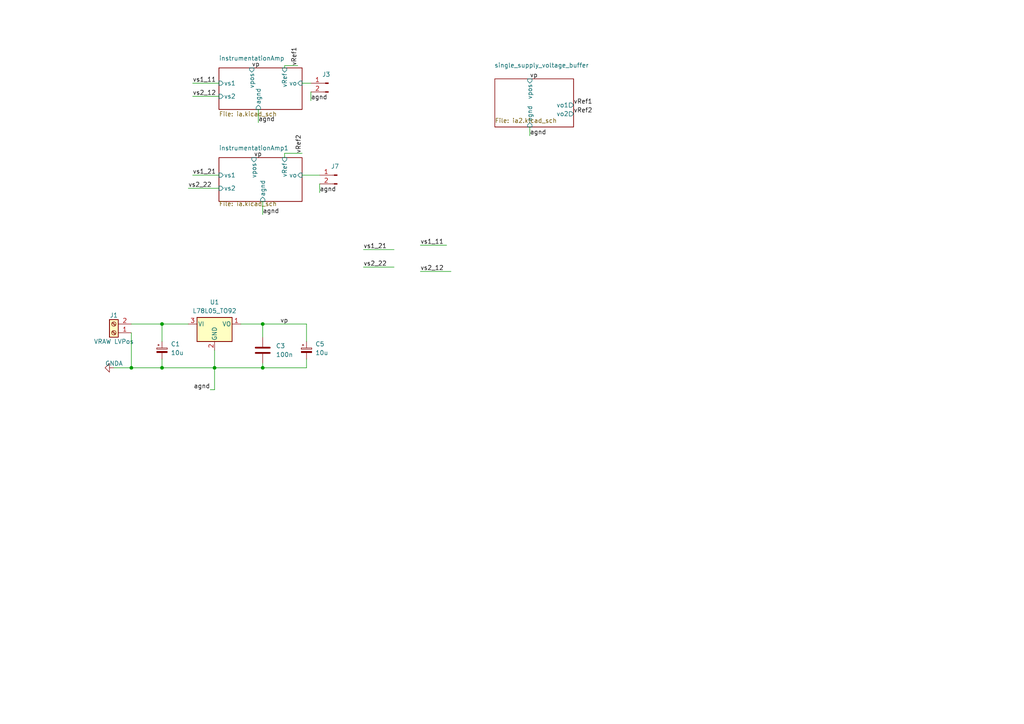
<source format=kicad_sch>
(kicad_sch (version 20250114) (generator "eeschema") (generator_version "9.0")
  (paper "A4")
  (lib_symbols
    (symbol "Connector:Conn_01x02_Pin" (pin_names (offset 1.016) (hide yes))
      (property "Reference" "J" (at 0 2.54 0))
      (property "Value" "Conn_01x02_Pin" (at 0 -5.08 0))
      (symbol "Conn_01x02_Pin_1_1"
        (rectangle (start 0.8636 0.127) (end 0 -0.127) (stroke (width 0.1524)) (fill (type outline)))
        (rectangle (start 0.8636 -2.413) (end 0 -2.667) (stroke (width 0.1524)) (fill (type outline)))
        (polyline (pts (xy 1.27 0) (xy 0.8636 0)) (stroke (width 0.1524)))
        (polyline (pts (xy 1.27 -2.54) (xy 0.8636 -2.54)) (stroke (width 0.1524)))
        (pin passive line (at 5.08 0 180) (length 3.81) (name "Pin_1") (number "1"))
        (pin passive line (at 5.08 -2.54 180) (length 3.81) (name "Pin_2") (number "2"))
      )
    )
    (symbol "Connector:Screw_Terminal_01x02" (pin_names (offset 1.016) (hide yes))
      (property "Reference" "J" (at 0 2.54 0))
      (property "Value" "Screw_Terminal_01x02" (at 0 -5.08 0))
      (symbol "Screw_Terminal_01x02_1_1"
        (rectangle (start -1.27 1.27) (end 1.27 -3.81) (stroke (width 0.254)) (fill (type background)))
        (polyline (pts (xy -0.5334 0.3302) (xy 0.3302 -0.508)) (stroke (width 0.1524)))
        (polyline (pts (xy -0.5334 -2.2098) (xy 0.3302 -3.048)) (stroke (width 0.1524)))
        (polyline (pts (xy -0.3556 0.508) (xy 0.508 -0.3302)) (stroke (width 0.1524)))
        (polyline (pts (xy -0.3556 -2.032) (xy 0.508 -2.8702)) (stroke (width 0.1524)))
        (circle (center 0 0) (radius 0.635) (stroke (width 0.1524)))
        (circle (center 0 -2.54) (radius 0.635) (stroke (width 0.1524)))
        (pin passive line (at -5.08 0 0) (length 3.81) (name "Pin_1") (number "1"))
        (pin passive line (at -5.08 -2.54 0) (length 3.81) (name "Pin_2") (number "2"))
      )
    )
    (symbol "Device:C" (pin_numbers (hide yes)) (pin_names (offset 0.254))
      (property "Reference" "C" (at 0.635 2.54 0))
      (property "Value" "C" (at 0.635 -2.54 0))
      (symbol "C_0_1"
        (polyline (pts (xy -2.032 0.762) (xy 2.032 0.762)) (stroke (width 0.508)))
        (polyline (pts (xy -2.032 -0.762) (xy 2.032 -0.762)) (stroke (width 0.508)))
      )
      (symbol "C_1_1"
        (pin passive line (at 0 3.81 270) (length 2.794) (name "~") (number "1"))
        (pin passive line (at 0 -3.81 90) (length 2.794) (name "~") (number "2"))
      )
    )
    (symbol "Device:C_Polarized_Small" (pin_numbers (hide yes)) (pin_names (offset 0.254) (hide yes))
      (property "Reference" "C" (at 0.254 1.778 0))
      (property "Value" "C_Polarized_Small" (at 0.254 -2.032 0))
      (symbol "C_Polarized_Small_0_1"
        (rectangle (start -1.524 0.6858) (end 1.524 0.3048))
        (rectangle (start -1.524 -0.3048) (end 1.524 -0.6858) (fill (type outline)))
        (polyline (pts (xy -1.27 1.524) (xy -0.762 1.524)))
        (polyline (pts (xy -1.016 1.27) (xy -1.016 1.778)))
      )
      (symbol "C_Polarized_Small_1_1"
        (pin passive line (at 0 2.54 270) (length 1.8542) (name "~") (number "1"))
        (pin passive line (at 0 -2.54 90) (length 1.8542) (name "~") (number "2"))
      )
    )
    (symbol "Regulator_Linear:L78L05_TO92" (pin_names (offset 0.254))
      (property "Reference" "U" (at -3.81 3.175 0))
      (property "Value" "L78L05_TO92" (at 0 3.175 0))
      (symbol "L78L05_TO92_0_1"
        (rectangle (start -5.08 -5.08) (end 5.08 1.905) (stroke (width 0.254)) (fill (type background)))
      )
      (symbol "L78L05_TO92_1_1"
        (pin power_in line (at -7.62 0 0) (length 2.54) (name "VI") (number "3"))
        (pin power_in line (at 0 -7.62 90) (length 2.54) (name "GND") (number "2"))
        (pin power_out line (at 7.62 0 180) (length 2.54) (name "VO") (number "1"))
      )
    )
    (symbol "power:GNDA" (power) (pin_names (offset 0))
      (property "Value" "GNDA" (at 0 -3.81 0))
      (symbol "GNDA_0_1"
        (polyline (pts (xy 0 0) (xy 0 -1.27) (xy 1.27 -1.27) (xy 0 -2.54) (xy -1.27 -1.27) (xy 0 -1.27)))
      )
      (symbol "GNDA_1_1"
        (pin power_in line (at 0 0 270) (length 0) (hide yes) (name "GNDA") (number "1"))
      )
    )
  )
  (junction (at 76.2 93.98))
  (junction (at 46.99 106.68))
  (junction (at 38.1 106.68))
  (junction (at 62.23 106.68))
  (junction (at 46.99 93.98))
  (junction (at 76.2 106.68))
  (wire (pts (xy 121.92 71.12) (xy 129.54 71.12)))
  (wire (pts (xy 76.2 93.98) (xy 76.2 97.79)))
  (wire (pts (xy 76.2 58.42) (xy 76.2 62.23)))
  (wire (pts (xy 88.9 93.98) (xy 76.2 93.98)))
  (wire (pts (xy 105.41 72.39) (xy 114.3 72.39)))
  (wire (pts (xy 55.88 27.94) (xy 63.5 27.94)))
  (wire (pts (xy 121.92 78.74) (xy 130.81 78.74)))
  (wire (pts (xy 60.96 113.03) (xy 62.23 113.03)))
  (wire (pts (xy 86.36 19.05) (xy 82.55 19.05)))
  (wire (pts (xy 87.63 24.13) (xy 90.17 24.13)))
  (wire (pts (xy 54.61 54.61) (xy 63.5 54.61)))
  (wire (pts (xy 55.88 50.8) (xy 63.5 50.8)))
  (wire (pts (xy 82.55 19.05) (xy 82.55 19.685)))
  (wire (pts (xy 55.88 24.13) (xy 63.5 24.13)))
  (wire (pts (xy 74.93 35.56) (xy 74.93 31.75)))
  (wire (pts (xy 82.55 44.45) (xy 82.55 45.72)))
  (wire (pts (xy 90.17 29.21) (xy 90.17 26.67)))
  (wire (pts (xy 76.2 106.68) (xy 76.2 105.41)))
  (wire (pts (xy 38.1 93.98) (xy 46.99 93.98)))
  (wire (pts (xy 105.41 77.47) (xy 114.3 77.47)))
  (wire (pts (xy 46.99 93.98) (xy 46.99 99.06)))
  (wire (pts (xy 92.71 55.88) (xy 92.71 53.34)))
  (wire (pts (xy 62.23 101.6) (xy 62.23 106.68)))
  (wire (pts (xy 38.1 96.52) (xy 38.1 106.68)))
  (wire (pts (xy 76.2 106.68) (xy 88.9 106.68)))
  (wire (pts (xy 46.99 104.14) (xy 46.99 106.68)))
  (wire (pts (xy 88.9 104.14) (xy 88.9 106.68)))
  (wire (pts (xy 76.2 93.98) (xy 69.85 93.98)))
  (wire (pts (xy 153.67 36.83) (xy 153.67 39.37)))
  (wire (pts (xy 88.9 99.06) (xy 88.9 93.98)))
  (wire (pts (xy 82.55 44.45) (xy 87.63 44.45)))
  (wire (pts (xy 38.1 106.68) (xy 46.99 106.68)))
  (wire (pts (xy 33.02 106.68) (xy 38.1 106.68)))
  (wire (pts (xy 87.63 50.8) (xy 92.71 50.8)))
  (wire (pts (xy 46.99 93.98) (xy 54.61 93.98)))
  (wire (pts (xy 62.23 106.68) (xy 76.2 106.68)))
  (wire (pts (xy 62.23 113.03) (xy 62.23 106.68)))
  (wire (pts (xy 46.99 106.68) (xy 62.23 106.68)))
  (label "agnd" (at 90.17 29.21 0))
  (label "vs1_11" (at 121.92 71.12 0))
  (label "vs1_11" (at 55.88 24.13 0))
  (label "vs2_22" (at 54.61 54.61 0))
  (label "vs2_12" (at 55.88 27.94 0))
  (label "vRef2" (at 166.37 33.02 0))
  (label "vRef1" (at 86.36 19.05 90))
  (label "vRef2" (at 87.63 44.45 90))
  (label "vp" (at 73.025 19.685 0))
  (label "vs2_12" (at 121.92 78.74 0))
  (label "vp" (at 73.66 45.72 0))
  (label "vs1_21" (at 55.88 50.8 0))
  (label "vs1_21" (at 105.41 72.39 0))
  (label "agnd" (at 60.96 113.03 180))
  (label "agnd" (at 92.71 55.88 0))
  (label "vs2_22" (at 105.41 77.47 0))
  (label "vRef1" (at 166.37 30.48 0))
  (label "vp" (at 153.67 22.86 0))
  (label "agnd" (at 76.2 62.23 0))
  (label "agnd" (at 153.67 39.37 0))
  (label "vp" (at 81.28 93.98 0))
  (label "agnd" (at 74.93 35.56 0))
  (symbol (lib_id "Device:C") (at 76.2 101.6 180) (unit 1)
    (property "Reference" "C3" (at 80.01 100.3299 0) (effects (justify right)))
    (property "Value" "100n" (at 80.01 102.8699 0) (effects (justify right)))
    (property "Footprint" "Capacitor_SMD:C_0805_2012Metric" (effects (hide yes)))
    (property "Description" "Unpolarized capacitor" (effects (hide yes)))
  )
  (symbol (lib_id "Regulator_Linear:L78L05_TO92") (at 62.23 93.98 0) (unit 1)
    (property "Reference" "U1" (at 62.23 87.63 0))
    (property "Value" "L78L05_TO92" (at 62.23 90.17 0))
    (property "Footprint" "Package_TO_SOT_THT:TO-92_Inline" (effects (hide yes)))
    (property "Datasheet" "http://www.st.com/content/ccc/resource/technical/document/datasheet/15/55/e5/aa/23/5b/43/fd/CD00000446.pdf/files/CD00000446.pdf/jcr:content/translations/en.CD00000446.pdf" (effects (hide yes)))
  )
  (symbol (lib_id "Connector:Screw_Terminal_01x02") (at 33.02 96.52 180) (unit 1)
    (property "Reference" "J1" (at 33.02 91.44 0))
    (property "Value" "VRAW LVPos" (at 33.02 99.06 0))
    (property "Footprint" "TerminalBlock:TerminalBlock_bornier-2_P5.08mm" (effects (hide yes)))
  )
  (symbol (lib_id "Connector:Conn_01x02_Pin") (at 97.79 50.8 0) (mirror y) (unit 1)
    (property "Reference" "J7" (at 97.155 48.26 0))
    (property "Value" "Conn_01x02_Pin" (effects (hide yes)))
    (property "Footprint" "Connector_PinHeader_2.00mm:PinHeader_1x02_P2.00mm_Vertical" (effects (hide yes)))
    (property "Description" "Generic connector, single row, 01x02, script generated" (effects (hide yes)))
  )
  (symbol (lib_id "Device:C_Polarized_Small") (at 46.99 101.6 0) (unit 1)
    (property "Reference" "C1" (at 49.53 99.7838 0) (effects (justify left)))
    (property "Value" "10u" (at 49.53 102.3238 0) (effects (justify left)))
    (property "Footprint" "Capacitor_SMD:CP_Elec_4x4.5" (effects (hide yes)))
    (property "Description" "Polarized capacitor, small symbol" (effects (hide yes)))
  )
  (symbol (lib_id "Device:C_Polarized_Small") (at 88.9 101.6 0) (unit 1)
    (property "Reference" "C5" (at 91.44 99.7838 0) (effects (justify left)))
    (property "Value" "10u" (at 91.44 102.3238 0) (effects (justify left)))
    (property "Footprint" "Capacitor_SMD:CP_Elec_4x4.5" (effects (hide yes)))
    (property "Description" "Polarized capacitor, small symbol" (effects (hide yes)))
  )
  (symbol (lib_id "Connector:Conn_01x02_Pin") (at 95.25 24.13 0) (mirror y) (unit 1)
    (property "Reference" "J3" (at 94.615 21.59 0))
    (property "Value" "Conn_01x02_Pin" (effects (hide yes)))
    (property "Footprint" "Connector_PinHeader_2.00mm:PinHeader_1x02_P2.00mm_Vertical" (effects (hide yes)))
    (property "Description" "Generic connector, single row, 01x02, script generated" (effects (hide yes)))
  )
  (symbol (lib_id "power:GNDA") (at 33.02 106.68 270) (mirror x) (unit 1)
    (property "Reference" "#PWR01" (effects (hide yes)))
    (property "Value" "GNDA" (at 30.48 105.41 90) (effects (justify left)))
  )
  (sheet (at 63.5 45.72) (size 24.13 12.7) (stroke (width 0.1524))
    (property "Sheetname" "instrumentationAmp1" (at 63.5 43.688 0) (effects (justify left bottom)))
    (property "Sheetfile" "ia.kicad_sch" (at 63.5 58.3696 0) (effects (justify left top)))
    (pin "agnd" input (at 76.2 58.42 270))
    (pin "vpos" input (at 73.66 45.72 90))
    (pin "vRef" input (at 82.55 45.72 90))
    (pin "vo" input (at 87.63 50.8 0))
    (pin "vs1" input (at 63.5 50.8 180))
    (pin "vs2" input (at 63.5 54.61 180))
  )
  (sheet (at 143.51 22.86) (size 22.86 13.97) (stroke (width 0.1524))
    (property "Sheetname" "single_supply_voltage_buffer" (at 143.383 19.685 0) (effects (justify left bottom)))
    (property "Sheetfile" "ia2.kicad_sch" (at 143.51 34.2396 0) (effects (justify left top)))
    (pin "agnd" input (at 153.67 36.83 270))
    (pin "vpos" input (at 153.67 22.86 90))
    (pin "vo1" output (at 166.37 30.48 0))
    (pin "vo2" output (at 166.37 33.02 0))
  )
  (sheet (at 63.5 19.685) (size 24.13 12.065) (stroke (width 0.1524))
    (property "Sheetname" "instrumentationAmp" (at 63.5 17.653 0) (effects (justify left bottom)))
    (property "Sheetfile" "ia.kicad_sch" (at 63.5 32.3346 0) (effects (justify left top)))
    (pin "agnd" input (at 74.93 31.75 270))
    (pin "vpos" input (at 73.025 19.685 90))
    (pin "vo" input (at 87.63 24.13 0))
    (pin "vs1" input (at 63.5 24.13 180))
    (pin "vs2" input (at 63.5 27.94 180))
    (pin "vRef" input (at 82.55 19.685 90))
  )
)
</source>
